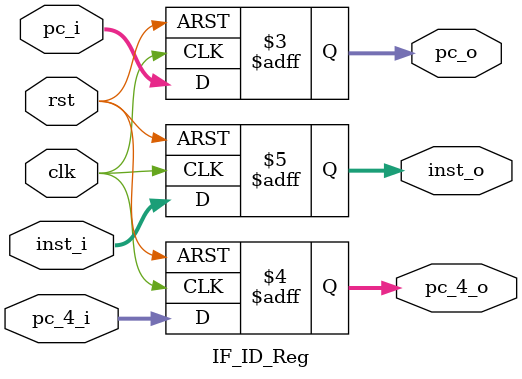
<source format=v>
module IF_ID_Reg(
    input wire clk,
    input wire rst,
    input wire [31:0] pc_i,
    input wire [31:0] pc_4_i,
    input wire [31:0] inst_i,
    output reg  [31:0] pc_o,
    output reg  [31:0] pc_4_o,
    output reg  [31:0] inst_o
);

always @(posedge clk, negedge rst) begin
        if (~rst) begin
            pc_o <= 32'b0;
            pc_4_o <= 32'b0;
            inst_o <= 32'b0;
        end else begin
            pc_o <= pc_i;
            pc_4_o <= pc_4_i;
            inst_o <= inst_i;
        end
    end

endmodule

</source>
